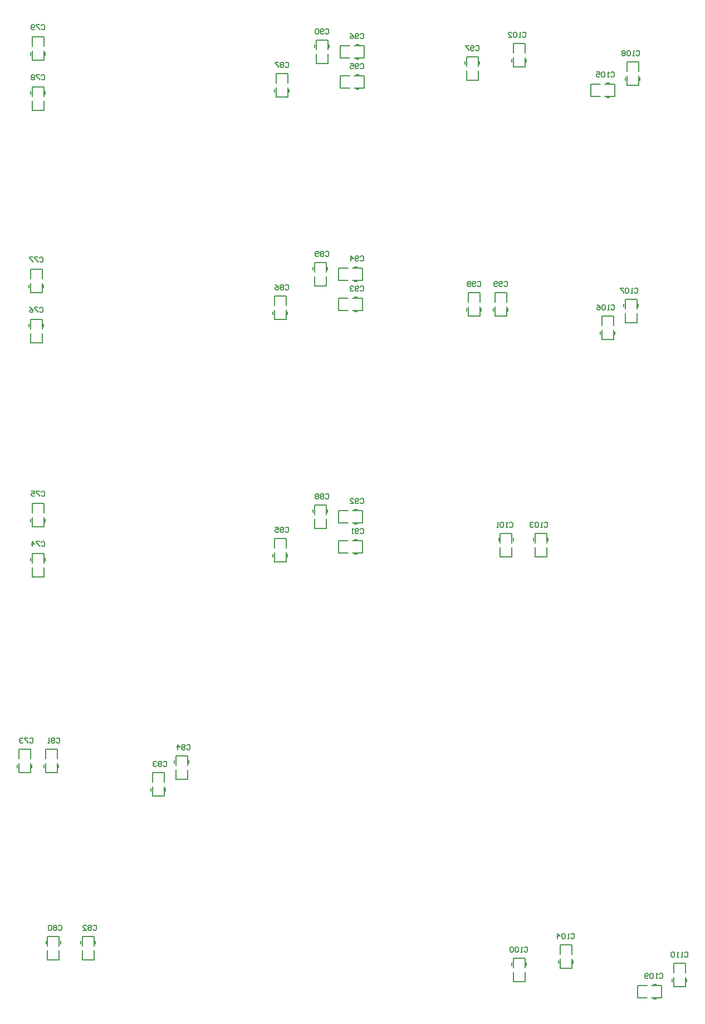
<source format=gbo>
%FSLAX24Y24*%
%MOIN*%
G70*
G01*
G75*
%ADD10R,0.0630X0.0118*%
%ADD11R,0.0630X0.0118*%
%ADD12R,0.0709X0.0630*%
%ADD13R,0.0846X0.0157*%
%ADD14R,0.0846X0.0157*%
%ADD15R,0.0630X0.0709*%
%ADD16R,0.0512X0.0591*%
%ADD17R,0.0591X0.0512*%
%ADD18R,0.0551X0.0236*%
%ADD19O,0.0480X0.0169*%
%ADD20R,0.0650X0.0118*%
%ADD21R,0.0787X0.0472*%
%ADD22R,0.0866X0.0236*%
%ADD23R,0.0866X0.0236*%
%ADD24R,0.0433X0.0394*%
%ADD25R,0.0610X0.0236*%
%ADD26R,0.1024X0.1614*%
%ADD27R,0.1614X0.1024*%
%ADD28R,0.0480X0.0169*%
%ADD29R,0.0394X0.0236*%
%ADD30R,0.1240X0.1360*%
%ADD31R,0.0315X0.1417*%
%ADD32C,0.0160*%
%ADD33C,0.0200*%
%ADD34C,0.0100*%
%ADD35C,0.0300*%
%ADD36C,0.0080*%
%ADD37C,0.0250*%
%ADD38C,0.0400*%
%ADD39C,0.0600*%
%ADD40C,0.1600*%
%ADD41C,0.0500*%
%ADD42R,0.0591X0.0591*%
%ADD43C,0.0591*%
%ADD44C,0.0750*%
%ADD45C,0.0866*%
%ADD46C,0.1575*%
%ADD47C,0.0250*%
%ADD48C,0.0350*%
%ADD49R,0.0394X0.0433*%
%ADD50C,0.0098*%
%ADD51C,0.0079*%
%ADD52C,0.0070*%
%ADD53R,0.0079X0.0197*%
%ADD54R,0.0197X0.0079*%
%ADD55C,0.0039*%
%ADD56R,0.0157X0.0197*%
%ADD57R,0.0197X0.0079*%
%ADD58C,0.0020*%
%ADD59R,0.0197X0.0157*%
%ADD60R,0.0157X0.0197*%
%ADD61R,0.0079X0.0197*%
D51*
X69891Y35546D02*
X70462D01*
X69891Y36254D02*
X70462D01*
X69891Y35546D02*
Y36254D01*
X71309Y35546D02*
Y36254D01*
X70738Y35546D02*
X71309D01*
X70738Y36254D02*
X71309D01*
X72046Y37038D02*
Y37609D01*
X72754Y37038D02*
Y37609D01*
X72046D02*
X72754D01*
X72046Y36191D02*
X72754D01*
X72046D02*
Y36762D01*
X72754Y36191D02*
Y36762D01*
X65246Y38138D02*
Y38709D01*
X65954Y38138D02*
Y38709D01*
X65246D02*
X65954D01*
X65246Y37291D02*
X65954D01*
X65246D02*
Y37862D01*
X65954Y37291D02*
Y37862D01*
X63154Y36491D02*
Y37062D01*
X62446Y36491D02*
Y37062D01*
Y36491D02*
X63154D01*
X62446Y37909D02*
X63154D01*
Y37338D02*
Y37909D01*
X62446Y37338D02*
Y37909D01*
X67091Y89446D02*
X67662D01*
X67091Y90154D02*
X67662D01*
X67091Y89446D02*
Y90154D01*
X68509Y89446D02*
Y90154D01*
X67938Y89446D02*
X68509D01*
X67938Y90154D02*
X68509D01*
X69246Y90938D02*
Y91509D01*
X69954Y90938D02*
Y91509D01*
X69246D02*
X69954D01*
X69246Y90091D02*
X69954D01*
X69246D02*
Y90662D01*
X69954Y90091D02*
Y90662D01*
X60354Y90391D02*
Y90962D01*
X59646Y90391D02*
Y90962D01*
Y90391D02*
X60354D01*
X59646Y91809D02*
X60354D01*
Y91238D02*
Y91809D01*
X59646Y91238D02*
Y91809D01*
X62446Y92038D02*
Y92609D01*
X63154Y92038D02*
Y92609D01*
X62446D02*
X63154D01*
X62446Y91191D02*
X63154D01*
X62446D02*
Y91762D01*
X63154Y91191D02*
Y91762D01*
X35262Y37791D02*
Y38362D01*
X34553Y37791D02*
Y38362D01*
Y37791D02*
X35262D01*
X34553Y39209D02*
X35262D01*
Y38638D02*
Y39209D01*
X34553Y38638D02*
Y39209D01*
X37354Y37791D02*
Y38362D01*
X36646Y37791D02*
Y38362D01*
Y37791D02*
X37354D01*
X36646Y39209D02*
X37354D01*
Y38638D02*
Y39209D01*
X36646Y38638D02*
Y39209D01*
X64454Y61891D02*
Y62462D01*
X63746Y61891D02*
Y62462D01*
Y61891D02*
X64454D01*
X63746Y63309D02*
X64454D01*
Y62738D02*
Y63309D01*
X63746Y62738D02*
Y63309D01*
X62362Y61891D02*
Y62462D01*
X61653Y61891D02*
Y62462D01*
Y61891D02*
X62362D01*
X61653Y63309D02*
X62362D01*
Y62738D02*
Y63309D01*
X61653Y62738D02*
Y63309D01*
X61346Y77138D02*
Y77709D01*
X62054Y77138D02*
Y77709D01*
X61346D02*
X62054D01*
X61346Y76291D02*
X62054D01*
X61346D02*
Y76862D01*
X62054Y76291D02*
Y76862D01*
X69854Y75891D02*
Y76462D01*
X69146Y75891D02*
Y76462D01*
Y75891D02*
X69854D01*
X69146Y77309D02*
X69854D01*
Y76738D02*
Y77309D01*
X69146Y76738D02*
Y77309D01*
X59746Y77138D02*
Y77709D01*
X60454Y77138D02*
Y77709D01*
X59746D02*
X60454D01*
X59746Y76291D02*
X60454D01*
X59746D02*
Y76862D01*
X60454Y76291D02*
Y76862D01*
X67746Y75738D02*
Y76309D01*
X68454Y75738D02*
Y76309D01*
X67746D02*
X68454D01*
X67746Y74891D02*
X68454D01*
X67746D02*
Y75462D01*
X68454Y74891D02*
Y75462D01*
X40846Y48438D02*
Y49009D01*
X41554Y48438D02*
Y49009D01*
X40846D02*
X41554D01*
X40846Y47591D02*
X41554D01*
X40846D02*
Y48162D01*
X41554Y47591D02*
Y48162D01*
X42954Y48591D02*
Y49162D01*
X42246Y48591D02*
Y49162D01*
Y48591D02*
X42954D01*
X42246Y50009D02*
X42954D01*
Y49438D02*
Y50009D01*
X42246Y49438D02*
Y50009D01*
X32846Y49838D02*
Y50409D01*
X33554Y49838D02*
Y50409D01*
X32846D02*
X33554D01*
X32846Y48991D02*
X33554D01*
X32846D02*
Y49562D01*
X33554Y48991D02*
Y49562D01*
X34446Y49838D02*
Y50409D01*
X35154Y49838D02*
Y50409D01*
X34446D02*
X35154D01*
X34446Y48991D02*
X35154D01*
X34446D02*
Y49562D01*
X35154Y48991D02*
Y49562D01*
X51991Y63946D02*
X52562D01*
X51991Y64654D02*
X52562D01*
X51991Y63946D02*
Y64654D01*
X53409Y63946D02*
Y64654D01*
X52838Y63946D02*
X53409D01*
X52838Y64654D02*
X53409D01*
X51254Y63591D02*
Y64162D01*
X50546Y63591D02*
Y64162D01*
Y63591D02*
X51254D01*
X50546Y65009D02*
X51254D01*
Y64438D02*
Y65009D01*
X50546Y64438D02*
Y65009D01*
X48146Y62438D02*
Y63009D01*
X48854Y62438D02*
Y63009D01*
X48146D02*
X48854D01*
X48146Y61591D02*
X48854D01*
X48146D02*
Y62162D01*
X48854Y61591D02*
Y62162D01*
X51991Y62146D02*
X52562D01*
X51991Y62854D02*
X52562D01*
X51991Y62146D02*
Y62854D01*
X53409Y62146D02*
Y62854D01*
X52838Y62146D02*
X53409D01*
X52838Y62854D02*
X53409D01*
X51991Y78446D02*
X52562D01*
X51991Y79154D02*
X52562D01*
X51991Y78446D02*
Y79154D01*
X53409Y78446D02*
Y79154D01*
X52838Y78446D02*
X53409D01*
X52838Y79154D02*
X53409D01*
X51254Y78091D02*
Y78662D01*
X50546Y78091D02*
Y78662D01*
Y78091D02*
X51254D01*
X50546Y79509D02*
X51254D01*
Y78938D02*
Y79509D01*
X50546Y78938D02*
Y79509D01*
X48146Y76938D02*
Y77509D01*
X48854Y76938D02*
Y77509D01*
X48146D02*
X48854D01*
X48146Y76091D02*
X48854D01*
X48146D02*
Y76662D01*
X48854Y76091D02*
Y76662D01*
X51991Y76646D02*
X52562D01*
X51991Y77354D02*
X52562D01*
X51991Y76646D02*
Y77354D01*
X53409Y76646D02*
Y77354D01*
X52838Y76646D02*
X53409D01*
X52838Y77354D02*
X53409D01*
X52091Y89946D02*
X52662D01*
X52091Y90654D02*
X52662D01*
X52091Y89946D02*
Y90654D01*
X53509Y89946D02*
Y90654D01*
X52938Y89946D02*
X53509D01*
X52938Y90654D02*
X53509D01*
X52091Y91746D02*
X52662D01*
X52091Y92454D02*
X52662D01*
X52091Y91746D02*
Y92454D01*
X53509Y91746D02*
Y92454D01*
X52938Y91746D02*
X53509D01*
X52938Y92454D02*
X53509D01*
X48246Y90238D02*
Y90809D01*
X48954Y90238D02*
Y90809D01*
X48246D02*
X48954D01*
X48246Y89391D02*
X48954D01*
X48246D02*
Y89962D01*
X48954Y89391D02*
Y89962D01*
X51354Y91391D02*
Y91962D01*
X50646Y91391D02*
Y91962D01*
Y91391D02*
X51354D01*
X50646Y92809D02*
X51354D01*
Y92238D02*
Y92809D01*
X50646Y92238D02*
Y92809D01*
X33646Y64538D02*
Y65109D01*
X34354Y64538D02*
Y65109D01*
X33646D02*
X34354D01*
X33646Y63691D02*
X34354D01*
X33646D02*
Y64262D01*
X34354Y63691D02*
Y64262D01*
X34354Y60691D02*
Y61262D01*
X33646Y60691D02*
Y61262D01*
Y60691D02*
X34354D01*
X33646Y62109D02*
X34354D01*
Y61538D02*
Y62109D01*
X33646Y61538D02*
Y62109D01*
X33546Y78538D02*
Y79109D01*
X34254Y78538D02*
Y79109D01*
X33546D02*
X34254D01*
X33546Y77691D02*
X34254D01*
X33546D02*
Y78262D01*
X34254Y77691D02*
Y78262D01*
X34254Y74691D02*
Y75262D01*
X33546Y74691D02*
Y75262D01*
Y74691D02*
X34254D01*
X33546Y76109D02*
X34254D01*
Y75538D02*
Y76109D01*
X33546Y75538D02*
Y76109D01*
X34354Y88591D02*
Y89162D01*
X33646Y88591D02*
Y89162D01*
Y88591D02*
X34354D01*
X33646Y90009D02*
X34354D01*
Y89438D02*
Y90009D01*
X33646Y89438D02*
Y90009D01*
Y92438D02*
Y93009D01*
X34354Y92438D02*
Y93009D01*
X33646D02*
X34354D01*
X33646Y91591D02*
X34354D01*
X33646D02*
Y92162D01*
X34354Y91591D02*
Y92162D01*
D52*
X34200Y62770D02*
X34250Y62820D01*
X34350D01*
X34400Y62770D01*
Y62570D01*
X34350Y62520D01*
X34250D01*
X34200Y62570D01*
X34100Y62820D02*
X33900D01*
Y62770D01*
X34100Y62570D01*
Y62520D01*
X33650D02*
Y62820D01*
X33800Y62670D01*
X33600D01*
X34100Y76770D02*
X34150Y76820D01*
X34250D01*
X34300Y76770D01*
Y76570D01*
X34250Y76520D01*
X34150D01*
X34100Y76570D01*
X34000Y76820D02*
X33800D01*
Y76770D01*
X34000Y76570D01*
Y76520D01*
X33500Y76820D02*
X33600Y76770D01*
X33700Y76670D01*
Y76570D01*
X33650Y76520D01*
X33550D01*
X33500Y76570D01*
Y76620D01*
X33550Y76670D01*
X33700D01*
X34200Y90670D02*
X34250Y90720D01*
X34350D01*
X34400Y90670D01*
Y90470D01*
X34350Y90420D01*
X34250D01*
X34200Y90470D01*
X34100Y90720D02*
X33900D01*
Y90670D01*
X34100Y90470D01*
Y90420D01*
X33800Y90670D02*
X33750Y90720D01*
X33650D01*
X33600Y90670D01*
Y90620D01*
X33650Y90570D01*
X33600Y90520D01*
Y90470D01*
X33650Y90420D01*
X33750D01*
X33800Y90470D01*
Y90520D01*
X33750Y90570D01*
X33800Y90620D01*
Y90670D01*
X33750Y90570D02*
X33650D01*
X34200Y65770D02*
X34250Y65820D01*
X34350D01*
X34400Y65770D01*
Y65570D01*
X34350Y65520D01*
X34250D01*
X34200Y65570D01*
X34100Y65820D02*
X33900D01*
Y65770D01*
X34100Y65570D01*
Y65520D01*
X33600Y65820D02*
X33800D01*
Y65670D01*
X33700Y65720D01*
X33650D01*
X33600Y65670D01*
Y65570D01*
X33650Y65520D01*
X33750D01*
X33800Y65570D01*
X34100Y79770D02*
X34150Y79820D01*
X34250D01*
X34300Y79770D01*
Y79570D01*
X34250Y79520D01*
X34150D01*
X34100Y79570D01*
X34000Y79820D02*
X33800D01*
Y79770D01*
X34000Y79570D01*
Y79520D01*
X33700Y79820D02*
X33500D01*
Y79770D01*
X33700Y79570D01*
Y79520D01*
X34200Y93670D02*
X34250Y93720D01*
X34350D01*
X34400Y93670D01*
Y93470D01*
X34350Y93420D01*
X34250D01*
X34200Y93470D01*
X34100Y93720D02*
X33900D01*
Y93670D01*
X34100Y93470D01*
Y93420D01*
X33800Y93470D02*
X33750Y93420D01*
X33650D01*
X33600Y93470D01*
Y93670D01*
X33650Y93720D01*
X33750D01*
X33800Y93670D01*
Y93620D01*
X33750Y93570D01*
X33600D01*
X63100Y38520D02*
X63150Y38570D01*
X63250D01*
X63300Y38520D01*
Y38320D01*
X63250Y38270D01*
X63150D01*
X63100Y38320D01*
X63000Y38270D02*
X62900D01*
X62950D01*
Y38570D01*
X63000Y38520D01*
X62750D02*
X62700Y38570D01*
X62600D01*
X62550Y38520D01*
Y38320D01*
X62600Y38270D01*
X62700D01*
X62750Y38320D01*
Y38520D01*
X62450D02*
X62400Y38570D01*
X62300D01*
X62250Y38520D01*
Y38320D01*
X62300Y38270D01*
X62400D01*
X62450Y38320D01*
Y38520D01*
X60200Y92420D02*
X60250Y92470D01*
X60350D01*
X60400Y92420D01*
Y92220D01*
X60350Y92170D01*
X60250D01*
X60200Y92220D01*
X60100D02*
X60050Y92170D01*
X59950D01*
X59900Y92220D01*
Y92420D01*
X59950Y92470D01*
X60050D01*
X60100Y92420D01*
Y92370D01*
X60050Y92320D01*
X59900D01*
X59800Y92470D02*
X59600D01*
Y92420D01*
X59800Y92220D01*
Y92170D01*
X71180Y36940D02*
X71230Y36990D01*
X71330D01*
X71380Y36940D01*
Y36740D01*
X71330Y36690D01*
X71230D01*
X71180Y36740D01*
X71080Y36690D02*
X70980D01*
X71030D01*
Y36990D01*
X71080Y36940D01*
X70830D02*
X70780Y36990D01*
X70680D01*
X70630Y36940D01*
Y36740D01*
X70680Y36690D01*
X70780D01*
X70830Y36740D01*
Y36940D01*
X70530Y36740D02*
X70480Y36690D01*
X70380D01*
X70330Y36740D01*
Y36940D01*
X70380Y36990D01*
X70480D01*
X70530Y36940D01*
Y36890D01*
X70480Y36840D01*
X70330D01*
X68280Y90840D02*
X68330Y90890D01*
X68430D01*
X68480Y90840D01*
Y90640D01*
X68430Y90590D01*
X68330D01*
X68280Y90640D01*
X68180Y90590D02*
X68080D01*
X68130D01*
Y90890D01*
X68180Y90840D01*
X67930D02*
X67880Y90890D01*
X67780D01*
X67730Y90840D01*
Y90640D01*
X67780Y90590D01*
X67880D01*
X67930Y90640D01*
Y90840D01*
X67430Y90890D02*
X67630D01*
Y90740D01*
X67530Y90790D01*
X67480D01*
X67430Y90740D01*
Y90640D01*
X67480Y90590D01*
X67580D01*
X67630Y90640D01*
X65900Y39320D02*
X65950Y39370D01*
X66050D01*
X66100Y39320D01*
Y39120D01*
X66050Y39070D01*
X65950D01*
X65900Y39120D01*
X65800Y39070D02*
X65700D01*
X65750D01*
Y39370D01*
X65800Y39320D01*
X65550D02*
X65500Y39370D01*
X65400D01*
X65350Y39320D01*
Y39120D01*
X65400Y39070D01*
X65500D01*
X65550Y39120D01*
Y39320D01*
X65100Y39070D02*
Y39370D01*
X65250Y39220D01*
X65050D01*
X63000Y93220D02*
X63050Y93270D01*
X63150D01*
X63200Y93220D01*
Y93020D01*
X63150Y92970D01*
X63050D01*
X63000Y93020D01*
X62900Y92970D02*
X62800D01*
X62850D01*
Y93270D01*
X62900Y93220D01*
X62650D02*
X62600Y93270D01*
X62500D01*
X62450Y93220D01*
Y93020D01*
X62500Y92970D01*
X62600D01*
X62650Y93020D01*
Y93220D01*
X62150Y92970D02*
X62350D01*
X62150Y93170D01*
Y93220D01*
X62200Y93270D01*
X62300D01*
X62350Y93220D01*
X72700Y38220D02*
X72750Y38270D01*
X72850D01*
X72900Y38220D01*
Y38020D01*
X72850Y37970D01*
X72750D01*
X72700Y38020D01*
X72600Y37970D02*
X72500D01*
X72550D01*
Y38270D01*
X72600Y38220D01*
X72350Y37970D02*
X72250D01*
X72300D01*
Y38270D01*
X72350Y38220D01*
X72100D02*
X72050Y38270D01*
X71950D01*
X71900Y38220D01*
Y38020D01*
X71950Y37970D01*
X72050D01*
X72100Y38020D01*
Y38220D01*
X69800Y92120D02*
X69850Y92170D01*
X69950D01*
X70000Y92120D01*
Y91920D01*
X69950Y91870D01*
X69850D01*
X69800Y91920D01*
X69700Y91870D02*
X69600D01*
X69650D01*
Y92170D01*
X69700Y92120D01*
X69450D02*
X69400Y92170D01*
X69300D01*
X69250Y92120D01*
Y91920D01*
X69300Y91870D01*
X69400D01*
X69450Y91920D01*
Y92120D01*
X69150D02*
X69100Y92170D01*
X69000D01*
X68950Y92120D01*
Y92070D01*
X69000Y92020D01*
X68950Y91970D01*
Y91920D01*
X69000Y91870D01*
X69100D01*
X69150Y91920D01*
Y91970D01*
X69100Y92020D01*
X69150Y92070D01*
Y92120D01*
X69100Y92020D02*
X69000D01*
X41500Y49620D02*
X41550Y49670D01*
X41650D01*
X41700Y49620D01*
Y49420D01*
X41650Y49370D01*
X41550D01*
X41500Y49420D01*
X41400Y49620D02*
X41350Y49670D01*
X41250D01*
X41200Y49620D01*
Y49570D01*
X41250Y49520D01*
X41200Y49470D01*
Y49420D01*
X41250Y49370D01*
X41350D01*
X41400Y49420D01*
Y49470D01*
X41350Y49520D01*
X41400Y49570D01*
Y49620D01*
X41350Y49520D02*
X41250D01*
X41100Y49620D02*
X41050Y49670D01*
X40950D01*
X40900Y49620D01*
Y49570D01*
X40950Y49520D01*
X41000D01*
X40950D01*
X40900Y49470D01*
Y49420D01*
X40950Y49370D01*
X41050D01*
X41100Y49420D01*
X68300Y76920D02*
X68350Y76970D01*
X68450D01*
X68500Y76920D01*
Y76720D01*
X68450Y76670D01*
X68350D01*
X68300Y76720D01*
X68200Y76670D02*
X68100D01*
X68150D01*
Y76970D01*
X68200Y76920D01*
X67950D02*
X67900Y76970D01*
X67800D01*
X67750Y76920D01*
Y76720D01*
X67800Y76670D01*
X67900D01*
X67950Y76720D01*
Y76920D01*
X67450Y76970D02*
X67550Y76920D01*
X67650Y76820D01*
Y76720D01*
X67600Y76670D01*
X67500D01*
X67450Y76720D01*
Y76770D01*
X67500Y76820D01*
X67650D01*
X33500Y51020D02*
X33550Y51070D01*
X33650D01*
X33700Y51020D01*
Y50820D01*
X33650Y50770D01*
X33550D01*
X33500Y50820D01*
X33400Y51070D02*
X33200D01*
Y51020D01*
X33400Y50820D01*
Y50770D01*
X33100Y51020D02*
X33050Y51070D01*
X32950D01*
X32900Y51020D01*
Y50970D01*
X32950Y50920D01*
X33000D01*
X32950D01*
X32900Y50870D01*
Y50820D01*
X32950Y50770D01*
X33050D01*
X33100Y50820D01*
X60300Y78320D02*
X60350Y78370D01*
X60450D01*
X60500Y78320D01*
Y78120D01*
X60450Y78070D01*
X60350D01*
X60300Y78120D01*
X60200D02*
X60150Y78070D01*
X60050D01*
X60000Y78120D01*
Y78320D01*
X60050Y78370D01*
X60150D01*
X60200Y78320D01*
Y78270D01*
X60150Y78220D01*
X60000D01*
X59900Y78320D02*
X59850Y78370D01*
X59750D01*
X59700Y78320D01*
Y78270D01*
X59750Y78220D01*
X59700Y78170D01*
Y78120D01*
X59750Y78070D01*
X59850D01*
X59900Y78120D01*
Y78170D01*
X59850Y78220D01*
X59900Y78270D01*
Y78320D01*
X59850Y78220D02*
X59750D01*
X42900Y50620D02*
X42950Y50670D01*
X43050D01*
X43100Y50620D01*
Y50420D01*
X43050Y50370D01*
X42950D01*
X42900Y50420D01*
X42800Y50620D02*
X42750Y50670D01*
X42650D01*
X42600Y50620D01*
Y50570D01*
X42650Y50520D01*
X42600Y50470D01*
Y50420D01*
X42650Y50370D01*
X42750D01*
X42800Y50420D01*
Y50470D01*
X42750Y50520D01*
X42800Y50570D01*
Y50620D01*
X42750Y50520D02*
X42650D01*
X42350Y50370D02*
Y50670D01*
X42500Y50520D01*
X42300D01*
X69700Y77920D02*
X69750Y77970D01*
X69850D01*
X69900Y77920D01*
Y77720D01*
X69850Y77670D01*
X69750D01*
X69700Y77720D01*
X69600Y77670D02*
X69500D01*
X69550D01*
Y77970D01*
X69600Y77920D01*
X69350D02*
X69300Y77970D01*
X69200D01*
X69150Y77920D01*
Y77720D01*
X69200Y77670D01*
X69300D01*
X69350Y77720D01*
Y77920D01*
X69050Y77970D02*
X68850D01*
Y77920D01*
X69050Y77720D01*
Y77670D01*
X35100Y51020D02*
X35150Y51070D01*
X35250D01*
X35300Y51020D01*
Y50820D01*
X35250Y50770D01*
X35150D01*
X35100Y50820D01*
X35000Y51020D02*
X34950Y51070D01*
X34850D01*
X34800Y51020D01*
Y50970D01*
X34850Y50920D01*
X34800Y50870D01*
Y50820D01*
X34850Y50770D01*
X34950D01*
X35000Y50820D01*
Y50870D01*
X34950Y50920D01*
X35000Y50970D01*
Y51020D01*
X34950Y50920D02*
X34850D01*
X34700Y50770D02*
X34600D01*
X34650D01*
Y51070D01*
X34700Y51020D01*
X61900Y78320D02*
X61950Y78370D01*
X62050D01*
X62100Y78320D01*
Y78120D01*
X62050Y78070D01*
X61950D01*
X61900Y78120D01*
X61800D02*
X61750Y78070D01*
X61650D01*
X61600Y78120D01*
Y78320D01*
X61650Y78370D01*
X61750D01*
X61800Y78320D01*
Y78270D01*
X61750Y78220D01*
X61600D01*
X61500Y78120D02*
X61450Y78070D01*
X61350D01*
X61300Y78120D01*
Y78320D01*
X61350Y78370D01*
X61450D01*
X61500Y78320D01*
Y78270D01*
X61450Y78220D01*
X61300D01*
X53280Y78040D02*
X53330Y78090D01*
X53430D01*
X53480Y78040D01*
Y77840D01*
X53430Y77790D01*
X53330D01*
X53280Y77840D01*
X53180D02*
X53130Y77790D01*
X53030D01*
X52980Y77840D01*
Y78040D01*
X53030Y78090D01*
X53130D01*
X53180Y78040D01*
Y77990D01*
X53130Y77940D01*
X52980D01*
X52880Y78040D02*
X52830Y78090D01*
X52730D01*
X52680Y78040D01*
Y77990D01*
X52730Y77940D01*
X52780D01*
X52730D01*
X52680Y77890D01*
Y77840D01*
X52730Y77790D01*
X52830D01*
X52880Y77840D01*
X53280Y63540D02*
X53330Y63590D01*
X53430D01*
X53480Y63540D01*
Y63340D01*
X53430Y63290D01*
X53330D01*
X53280Y63340D01*
X53180D02*
X53130Y63290D01*
X53030D01*
X52980Y63340D01*
Y63540D01*
X53030Y63590D01*
X53130D01*
X53180Y63540D01*
Y63490D01*
X53130Y63440D01*
X52980D01*
X52880Y63290D02*
X52780D01*
X52830D01*
Y63590D01*
X52880Y63540D01*
X53280Y91340D02*
X53330Y91390D01*
X53430D01*
X53480Y91340D01*
Y91140D01*
X53430Y91090D01*
X53330D01*
X53280Y91140D01*
X53180D02*
X53130Y91090D01*
X53030D01*
X52980Y91140D01*
Y91340D01*
X53030Y91390D01*
X53130D01*
X53180Y91340D01*
Y91290D01*
X53130Y91240D01*
X52980D01*
X52680Y91390D02*
X52880D01*
Y91240D01*
X52780Y91290D01*
X52730D01*
X52680Y91240D01*
Y91140D01*
X52730Y91090D01*
X52830D01*
X52880Y91140D01*
X48800Y78120D02*
X48850Y78170D01*
X48950D01*
X49000Y78120D01*
Y77920D01*
X48950Y77870D01*
X48850D01*
X48800Y77920D01*
X48700Y78120D02*
X48650Y78170D01*
X48550D01*
X48500Y78120D01*
Y78070D01*
X48550Y78020D01*
X48500Y77970D01*
Y77920D01*
X48550Y77870D01*
X48650D01*
X48700Y77920D01*
Y77970D01*
X48650Y78020D01*
X48700Y78070D01*
Y78120D01*
X48650Y78020D02*
X48550D01*
X48200Y78170D02*
X48300Y78120D01*
X48400Y78020D01*
Y77920D01*
X48350Y77870D01*
X48250D01*
X48200Y77920D01*
Y77970D01*
X48250Y78020D01*
X48400D01*
X48800Y63620D02*
X48850Y63670D01*
X48950D01*
X49000Y63620D01*
Y63420D01*
X48950Y63370D01*
X48850D01*
X48800Y63420D01*
X48700Y63620D02*
X48650Y63670D01*
X48550D01*
X48500Y63620D01*
Y63570D01*
X48550Y63520D01*
X48500Y63470D01*
Y63420D01*
X48550Y63370D01*
X48650D01*
X48700Y63420D01*
Y63470D01*
X48650Y63520D01*
X48700Y63570D01*
Y63620D01*
X48650Y63520D02*
X48550D01*
X48200Y63670D02*
X48400D01*
Y63520D01*
X48300Y63570D01*
X48250D01*
X48200Y63520D01*
Y63420D01*
X48250Y63370D01*
X48350D01*
X48400Y63420D01*
X48800Y91420D02*
X48850Y91470D01*
X48950D01*
X49000Y91420D01*
Y91220D01*
X48950Y91170D01*
X48850D01*
X48800Y91220D01*
X48700Y91420D02*
X48650Y91470D01*
X48550D01*
X48500Y91420D01*
Y91370D01*
X48550Y91320D01*
X48500Y91270D01*
Y91220D01*
X48550Y91170D01*
X48650D01*
X48700Y91220D01*
Y91270D01*
X48650Y91320D01*
X48700Y91370D01*
Y91420D01*
X48650Y91320D02*
X48550D01*
X48400Y91470D02*
X48200D01*
Y91420D01*
X48400Y91220D01*
Y91170D01*
X51200Y80120D02*
X51250Y80170D01*
X51350D01*
X51400Y80120D01*
Y79920D01*
X51350Y79870D01*
X51250D01*
X51200Y79920D01*
X51100Y80120D02*
X51050Y80170D01*
X50950D01*
X50900Y80120D01*
Y80070D01*
X50950Y80020D01*
X50900Y79970D01*
Y79920D01*
X50950Y79870D01*
X51050D01*
X51100Y79920D01*
Y79970D01*
X51050Y80020D01*
X51100Y80070D01*
Y80120D01*
X51050Y80020D02*
X50950D01*
X50800Y79920D02*
X50750Y79870D01*
X50650D01*
X50600Y79920D01*
Y80120D01*
X50650Y80170D01*
X50750D01*
X50800Y80120D01*
Y80070D01*
X50750Y80020D01*
X50600D01*
X51200Y65620D02*
X51250Y65670D01*
X51350D01*
X51400Y65620D01*
Y65420D01*
X51350Y65370D01*
X51250D01*
X51200Y65420D01*
X51100Y65620D02*
X51050Y65670D01*
X50950D01*
X50900Y65620D01*
Y65570D01*
X50950Y65520D01*
X50900Y65470D01*
Y65420D01*
X50950Y65370D01*
X51050D01*
X51100Y65420D01*
Y65470D01*
X51050Y65520D01*
X51100Y65570D01*
Y65620D01*
X51050Y65520D02*
X50950D01*
X50800Y65620D02*
X50750Y65670D01*
X50650D01*
X50600Y65620D01*
Y65570D01*
X50650Y65520D01*
X50600Y65470D01*
Y65420D01*
X50650Y65370D01*
X50750D01*
X50800Y65420D01*
Y65470D01*
X50750Y65520D01*
X50800Y65570D01*
Y65620D01*
X50750Y65520D02*
X50650D01*
X51200Y93420D02*
X51250Y93470D01*
X51350D01*
X51400Y93420D01*
Y93220D01*
X51350Y93170D01*
X51250D01*
X51200Y93220D01*
X51100D02*
X51050Y93170D01*
X50950D01*
X50900Y93220D01*
Y93420D01*
X50950Y93470D01*
X51050D01*
X51100Y93420D01*
Y93370D01*
X51050Y93320D01*
X50900D01*
X50800Y93420D02*
X50750Y93470D01*
X50650D01*
X50600Y93420D01*
Y93220D01*
X50650Y93170D01*
X50750D01*
X50800Y93220D01*
Y93420D01*
X53280Y79840D02*
X53330Y79890D01*
X53430D01*
X53480Y79840D01*
Y79640D01*
X53430Y79590D01*
X53330D01*
X53280Y79640D01*
X53180D02*
X53130Y79590D01*
X53030D01*
X52980Y79640D01*
Y79840D01*
X53030Y79890D01*
X53130D01*
X53180Y79840D01*
Y79790D01*
X53130Y79740D01*
X52980D01*
X52730Y79590D02*
Y79890D01*
X52880Y79740D01*
X52680D01*
X53280Y65340D02*
X53330Y65390D01*
X53430D01*
X53480Y65340D01*
Y65140D01*
X53430Y65090D01*
X53330D01*
X53280Y65140D01*
X53180D02*
X53130Y65090D01*
X53030D01*
X52980Y65140D01*
Y65340D01*
X53030Y65390D01*
X53130D01*
X53180Y65340D01*
Y65290D01*
X53130Y65240D01*
X52980D01*
X52680Y65090D02*
X52880D01*
X52680Y65290D01*
Y65340D01*
X52730Y65390D01*
X52830D01*
X52880Y65340D01*
X53280Y93140D02*
X53330Y93190D01*
X53430D01*
X53480Y93140D01*
Y92940D01*
X53430Y92890D01*
X53330D01*
X53280Y92940D01*
X53180D02*
X53130Y92890D01*
X53030D01*
X52980Y92940D01*
Y93140D01*
X53030Y93190D01*
X53130D01*
X53180Y93140D01*
Y93090D01*
X53130Y93040D01*
X52980D01*
X52680Y93190D02*
X52780Y93140D01*
X52880Y93040D01*
Y92940D01*
X52830Y92890D01*
X52730D01*
X52680Y92940D01*
Y92990D01*
X52730Y93040D01*
X52880D01*
X37300Y39820D02*
X37350Y39870D01*
X37450D01*
X37500Y39820D01*
Y39620D01*
X37450Y39570D01*
X37350D01*
X37300Y39620D01*
X37200Y39820D02*
X37150Y39870D01*
X37050D01*
X37000Y39820D01*
Y39770D01*
X37050Y39720D01*
X37000Y39670D01*
Y39620D01*
X37050Y39570D01*
X37150D01*
X37200Y39620D01*
Y39670D01*
X37150Y39720D01*
X37200Y39770D01*
Y39820D01*
X37150Y39720D02*
X37050D01*
X36700Y39570D02*
X36900D01*
X36700Y39770D01*
Y39820D01*
X36750Y39870D01*
X36850D01*
X36900Y39820D01*
X64300Y63920D02*
X64350Y63970D01*
X64450D01*
X64500Y63920D01*
Y63720D01*
X64450Y63670D01*
X64350D01*
X64300Y63720D01*
X64200Y63670D02*
X64100D01*
X64150D01*
Y63970D01*
X64200Y63920D01*
X63950D02*
X63900Y63970D01*
X63800D01*
X63750Y63920D01*
Y63720D01*
X63800Y63670D01*
X63900D01*
X63950Y63720D01*
Y63920D01*
X63650D02*
X63600Y63970D01*
X63500D01*
X63450Y63920D01*
Y63870D01*
X63500Y63820D01*
X63550D01*
X63500D01*
X63450Y63770D01*
Y63720D01*
X63500Y63670D01*
X63600D01*
X63650Y63720D01*
X35210Y39820D02*
X35260Y39870D01*
X35360D01*
X35410Y39820D01*
Y39620D01*
X35360Y39570D01*
X35260D01*
X35210Y39620D01*
X35110Y39820D02*
X35060Y39870D01*
X34960D01*
X34910Y39820D01*
Y39770D01*
X34960Y39720D01*
X34910Y39670D01*
Y39620D01*
X34960Y39570D01*
X35060D01*
X35110Y39620D01*
Y39670D01*
X35060Y39720D01*
X35110Y39770D01*
Y39820D01*
X35060Y39720D02*
X34960D01*
X34810Y39820D02*
X34760Y39870D01*
X34660D01*
X34610Y39820D01*
Y39620D01*
X34660Y39570D01*
X34760D01*
X34810Y39620D01*
Y39820D01*
X62210Y63920D02*
X62260Y63970D01*
X62360D01*
X62410Y63920D01*
Y63720D01*
X62360Y63670D01*
X62260D01*
X62210Y63720D01*
X62110Y63670D02*
X62010D01*
X62060D01*
Y63970D01*
X62110Y63920D01*
X61860D02*
X61810Y63970D01*
X61710D01*
X61660Y63920D01*
Y63720D01*
X61710Y63670D01*
X61810D01*
X61860Y63720D01*
Y63920D01*
X61560Y63670D02*
X61460D01*
X61510D01*
Y63970D01*
X61560Y63920D01*
D57*
X70935Y36333D02*
D03*
Y35467D02*
D03*
X68135Y90233D02*
D03*
Y89367D02*
D03*
X53035Y64733D02*
D03*
Y63867D02*
D03*
Y62933D02*
D03*
Y62067D02*
D03*
X53035Y79233D02*
D03*
Y78367D02*
D03*
Y77433D02*
D03*
Y76567D02*
D03*
X53135Y90733D02*
D03*
Y89867D02*
D03*
Y92533D02*
D03*
Y91667D02*
D03*
D61*
X72833Y36565D02*
D03*
X71967Y36565D02*
D03*
X66033Y37665D02*
D03*
X65167Y37665D02*
D03*
X62367Y37535D02*
D03*
X63233D02*
D03*
X70033Y90465D02*
D03*
X69167D02*
D03*
X59567Y91435D02*
D03*
X60433D02*
D03*
X63233Y91565D02*
D03*
X62367D02*
D03*
X34474Y38835D02*
D03*
X35341D02*
D03*
X36567Y38835D02*
D03*
X37433D02*
D03*
X63667Y62935D02*
D03*
X64533D02*
D03*
X61574Y62935D02*
D03*
X62441D02*
D03*
X62133Y76665D02*
D03*
X61267D02*
D03*
X69067Y76935D02*
D03*
X69933D02*
D03*
X60533Y76665D02*
D03*
X59667D02*
D03*
X68533Y75265D02*
D03*
X67667D02*
D03*
X41633Y47965D02*
D03*
X40767D02*
D03*
X42167Y49635D02*
D03*
X43033D02*
D03*
X33633Y49365D02*
D03*
X32767D02*
D03*
X35233D02*
D03*
X34367D02*
D03*
X50467Y64635D02*
D03*
X51333D02*
D03*
X48933Y61965D02*
D03*
X48067Y61965D02*
D03*
X50467Y79135D02*
D03*
X51333D02*
D03*
X48933Y76465D02*
D03*
X48067D02*
D03*
X49033Y89765D02*
D03*
X48167D02*
D03*
X50567Y92435D02*
D03*
X51433D02*
D03*
X34433Y64065D02*
D03*
X33567D02*
D03*
X33567Y61735D02*
D03*
X34433D02*
D03*
X34333Y78065D02*
D03*
X33467D02*
D03*
X33467Y75735D02*
D03*
X34333D02*
D03*
X33567Y89635D02*
D03*
X34433D02*
D03*
X34433Y91965D02*
D03*
X33567D02*
D03*
M02*

</source>
